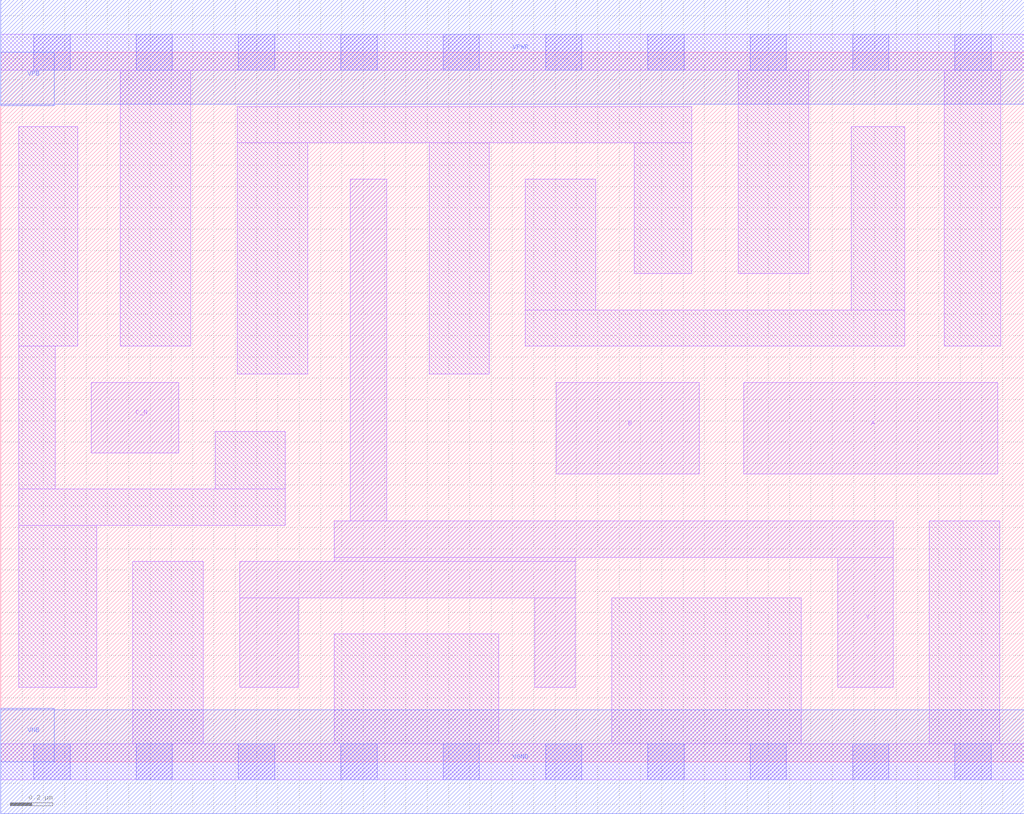
<source format=lef>
# Copyright 2020 The SkyWater PDK Authors
#
# Licensed under the Apache License, Version 2.0 (the "License");
# you may not use this file except in compliance with the License.
# You may obtain a copy of the License at
#
#     https://www.apache.org/licenses/LICENSE-2.0
#
# Unless required by applicable law or agreed to in writing, software
# distributed under the License is distributed on an "AS IS" BASIS,
# WITHOUT WARRANTIES OR CONDITIONS OF ANY KIND, either express or implied.
# See the License for the specific language governing permissions and
# limitations under the License.
#
# SPDX-License-Identifier: Apache-2.0

VERSION 5.5 ;
NAMESCASESENSITIVE ON ;
BUSBITCHARS "[]" ;
DIVIDERCHAR "/" ;
MACRO sky130_fd_sc_hs__nor3b_2
  CLASS CORE ;
  SOURCE USER ;
  ORIGIN  0.000000  0.000000 ;
  SIZE  4.800000 BY  3.330000 ;
  SYMMETRY X Y ;
  SITE unit ;
  PIN A
    ANTENNAGATEAREA  0.558000 ;
    DIRECTION INPUT ;
    USE SIGNAL ;
    PORT
      LAYER li1 ;
        RECT 3.485000 1.350000 4.675000 1.780000 ;
    END
  END A
  PIN B
    ANTENNAGATEAREA  0.558000 ;
    DIRECTION INPUT ;
    USE SIGNAL ;
    PORT
      LAYER li1 ;
        RECT 2.605000 1.350000 3.275000 1.780000 ;
    END
  END B
  PIN C_N
    ANTENNAGATEAREA  0.246000 ;
    DIRECTION INPUT ;
    USE SIGNAL ;
    PORT
      LAYER li1 ;
        RECT 0.425000 1.450000 0.835000 1.780000 ;
    END
  END C_N
  PIN Y
    ANTENNADIFFAREA  1.005700 ;
    DIRECTION OUTPUT ;
    USE SIGNAL ;
    PORT
      LAYER li1 ;
        RECT 1.120000 0.350000 1.395000 0.770000 ;
        RECT 1.120000 0.770000 2.695000 0.940000 ;
        RECT 1.565000 0.940000 2.695000 0.960000 ;
        RECT 1.565000 0.960000 4.185000 1.130000 ;
        RECT 1.640000 1.130000 1.810000 2.735000 ;
        RECT 2.505000 0.350000 2.695000 0.770000 ;
        RECT 3.925000 0.350000 4.185000 0.960000 ;
    END
  END Y
  PIN VGND
    DIRECTION INOUT ;
    USE GROUND ;
    PORT
      LAYER met1 ;
        RECT 0.000000 -0.245000 4.800000 0.245000 ;
    END
  END VGND
  PIN VNB
    DIRECTION INOUT ;
    USE GROUND ;
    PORT
      LAYER met1 ;
        RECT 0.000000 0.000000 0.250000 0.250000 ;
    END
  END VNB
  PIN VPB
    DIRECTION INOUT ;
    USE POWER ;
    PORT
      LAYER met1 ;
        RECT 0.000000 3.080000 0.250000 3.330000 ;
    END
  END VPB
  PIN VPWR
    DIRECTION INOUT ;
    USE POWER ;
    PORT
      LAYER met1 ;
        RECT 0.000000 3.085000 4.800000 3.575000 ;
    END
  END VPWR
  OBS
    LAYER li1 ;
      RECT 0.000000 -0.085000 4.800000 0.085000 ;
      RECT 0.000000  3.245000 4.800000 3.415000 ;
      RECT 0.085000  0.350000 0.450000 1.110000 ;
      RECT 0.085000  1.110000 1.335000 1.280000 ;
      RECT 0.085000  1.280000 0.255000 1.950000 ;
      RECT 0.085000  1.950000 0.360000 2.980000 ;
      RECT 0.560000  1.950000 0.890000 3.245000 ;
      RECT 0.620000  0.085000 0.950000 0.940000 ;
      RECT 1.005000  1.280000 1.335000 1.550000 ;
      RECT 1.110000  1.820000 1.440000 2.905000 ;
      RECT 1.110000  2.905000 3.240000 3.075000 ;
      RECT 1.565000  0.085000 2.335000 0.600000 ;
      RECT 2.010000  1.820000 2.290000 2.905000 ;
      RECT 2.460000  1.950000 4.240000 2.120000 ;
      RECT 2.460000  2.120000 2.790000 2.735000 ;
      RECT 2.865000  0.085000 3.755000 0.770000 ;
      RECT 2.970000  2.290000 3.240000 2.905000 ;
      RECT 3.460000  2.290000 3.790000 3.245000 ;
      RECT 3.990000  2.120000 4.240000 2.980000 ;
      RECT 4.355000  0.085000 4.685000 1.130000 ;
      RECT 4.425000  1.950000 4.690000 3.245000 ;
    LAYER mcon ;
      RECT 0.155000 -0.085000 0.325000 0.085000 ;
      RECT 0.155000  3.245000 0.325000 3.415000 ;
      RECT 0.635000 -0.085000 0.805000 0.085000 ;
      RECT 0.635000  3.245000 0.805000 3.415000 ;
      RECT 1.115000 -0.085000 1.285000 0.085000 ;
      RECT 1.115000  3.245000 1.285000 3.415000 ;
      RECT 1.595000 -0.085000 1.765000 0.085000 ;
      RECT 1.595000  3.245000 1.765000 3.415000 ;
      RECT 2.075000 -0.085000 2.245000 0.085000 ;
      RECT 2.075000  3.245000 2.245000 3.415000 ;
      RECT 2.555000 -0.085000 2.725000 0.085000 ;
      RECT 2.555000  3.245000 2.725000 3.415000 ;
      RECT 3.035000 -0.085000 3.205000 0.085000 ;
      RECT 3.035000  3.245000 3.205000 3.415000 ;
      RECT 3.515000 -0.085000 3.685000 0.085000 ;
      RECT 3.515000  3.245000 3.685000 3.415000 ;
      RECT 3.995000 -0.085000 4.165000 0.085000 ;
      RECT 3.995000  3.245000 4.165000 3.415000 ;
      RECT 4.475000 -0.085000 4.645000 0.085000 ;
      RECT 4.475000  3.245000 4.645000 3.415000 ;
  END
END sky130_fd_sc_hs__nor3b_2

</source>
